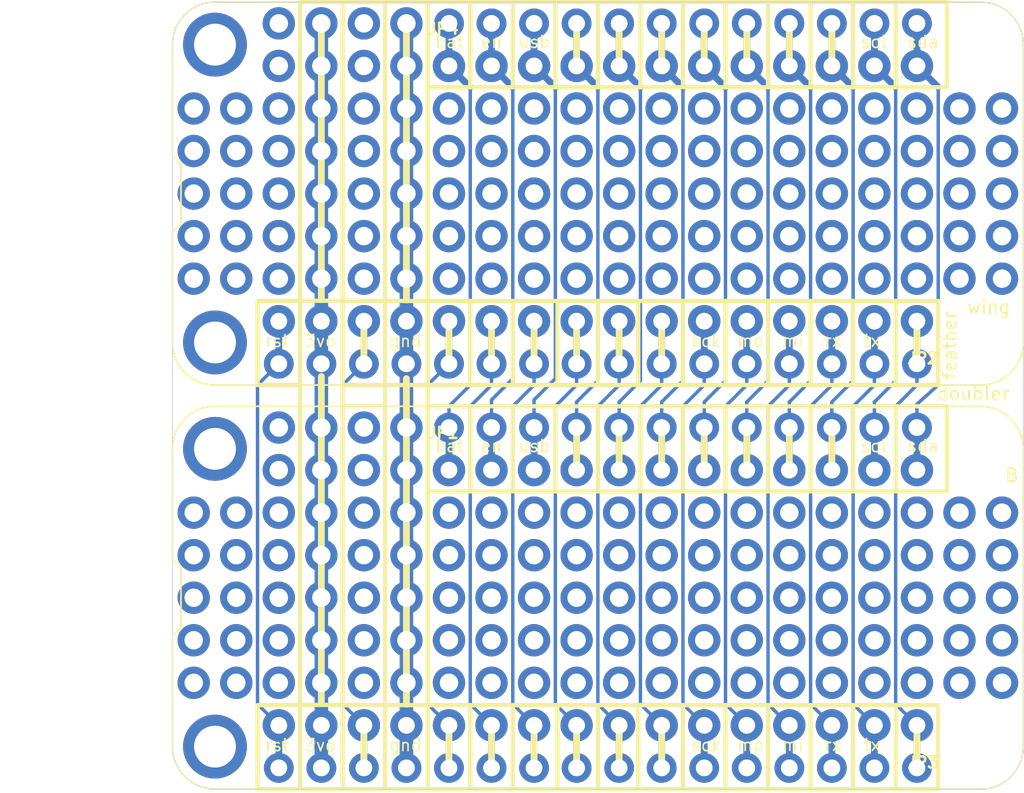
<source format=kicad_pcb>
(kicad_pcb (version 20221018) (generator pcbnew)
  (layers (0 "F.Cu" signal) (31 "B.Cu" signal) (34 "B.Paste" user) (35 "F.Paste" user) (36 "B.SilkS" user "B.Silkscreen") (37 "F.SilkS" user "F.Silkscreen") (38 "B.Mask" user) (39 "F.Mask" user) (44 "Edge.Cuts" user))
  (net 0 "")
  (net 1 "N$2")
  (net 2 "N$4")
  (net 3 "N$6")
  (net 4 "N$7")
  (net 5 "N$8")
  (net 6 "N$9")
  (net 7 "N$10")
  (net 8 "N$11")
  (net 9 "N$12")
  (net 10 "N$13")
  (net 11 "N$14")
  (net 12 "N$15")
  (net 13 "GND")
  (net 14 "N$17")
  (net 15 "3V")
  (net 16 "N$18")
  (net 17 "VBAT")
  (net 18 "N$1")
  (net 19 "USB")
  (net 20 "N$3")
  (net 21 "N$5")
  (net 22 "N$19")
  (net 23 "N$20")
  (net 24 "N$21")
  (net 25 "N$22")
  (net 26 "N$23")
  (net 27 "N$24")
  (net 28 "N$25")
  (net 29 "N$26")
  (net 30 "N$28")
  (net 31 "N$31")
  (net 32 "N$33")
  (net 33 "N$34")
  (net 34 "N$36")
  (net 35 "N$37")
  (net 36 "N$38")
  (net 37 "N$39")
  (net 38 "N$40")
  (net 39 "N$41")
  (net 40 "N$42")
  (net 41 "N$43")
  (net 42 "N$44")
  (net 43 "N$46")
  (net 44 "N$47")
  (net 45 "N$50")
  (net 46 "N$51")
  (net 47 "N$52")
  (net 48 "N$54")
  (net 49 "N$58")
  (net 50 "N$59")
  (net 51 "N$62")
  (net 52 "N$63")
  (net 53 "N$64")
  (net 54 "N$65")
  (net 55 "N$66")
  (net 56 "N$67")
  (net 57 "N$68")
  (net 58 "N$69")
  (net 59 "N$70")
  (net 60 "N$71")
  (net 61 "N$72")
  (net 62 "N$73")
  (net 63 "N$74")
  (net 64 "N$75")
  (net 65 "N$76")
  (net 66 "N$77")
  (net 67 "N$78")
  (net 68 "N$79")
  (net 69 "N$80")
  (net 70 "N$81")
  (net 71 "N$82")
  (net 72 "N$83")
  (net 73 "N$84")
  (net 74 "N$85")
  (net 75 "N$86")
  (net 76 "N$87")
  (net 77 "N$88")
  (net 78 "N$89")
  (net 79 "N$90")
  (net 80 "N$91")
  (net 81 "N$92")
  (net 82 "N$93")
  (net 83 "N$94")
  (net 84 "N$95")
  (net 85 "N$96")
  (net 86 "N$97")
  (net 87 "N$98")
  (net 88 "N$99")
  (net 89 "N$100")
  (net 90 "N$101")
  (net 91 "N$102")
  (net 92 "N$103")
  (net 93 "N$104")
  (net 94 "N$105")
  (net 95 "N$106")
  (net 96 "N$107")
  (net 97 "N$108")
  (net 98 "N$109")
  (net 99 "N$110")
  (net 100 "N$111")
  (net 101 "N$112")
  (net 102 "N$113")
  (net 103 "N$114")
  (net 104 "N$115")
  (net 105 "N$116")
  (net 106 "N$117")
  (net 107 "N$118")
  (net 108 "N$119")
  (net 109 "N$120")
  (net 110 "N$121")
  (net 111 "N$122")
  (net 112 "N$123")
  (net 113 "N$124")
  (net 114 "N$125")
  (net 115 "N$126")
  (net 116 "N$127")
  (net 117 "N$128")
  (net 118 "N$129")
  (net 119 "N$130")
  (net 120 "N$131")
  (net 121 "N$132")
  (net 122 "N$133")
  (net 123 "N$16")
  (net 124 "N$27")
  (net 125 "N$29")
  (net 126 "N$30")
  (net 127 "N$32")
  (net 128 "N$35")
  (net 129 "N$45")
  (net 130 "N$48")
  (net 131 "N$49")
  (net 132 "N$53")
  (net 133 "N$55")
  (net 134 "N$56")
  (net 135 "N$57")
  (net 136 "N$60")
  (net 137 "N$61")
  (net 138 "N$134")
  (net 139 "N$135")
  (net 140 "N$136")
  (net 141 "N$137")
  (net 142 "N$138")
  (net 143 "N$139")
  (net 144 "N$140")
  (net 145 "N$141")
  (net 146 "N$142")
  (net 147 "N$143")
  (net 148 "N$144")
  (net 149 "N$145")
  (net 150 "N$146")
  (net 151 "N$147")
  (net 152 "N$148")
  (net 153 "N$149")
  (net 154 "N$150")
  (net 155 "N$151")
  (net 156 "N$152")
  (net 157 "N$153")
  (net 158 "N$154")
  (net 159 "N$155")
  (net 160 "N$156")
  (net 161 "N$157")
  (net 162 "N$158")
  (net 163 "N$159")
  (net 164 "N$160")
  (net 165 "N$161")
  (net 166 "N$162")
  (net 167 "N$163")
  (net 168 "N$164")
  (net 169 "N$165")
  (net 170 "N$166")
  (net 171 "N$167")
  (net 172 "N$168")
  (net 173 "N$169")
  (net 174 "N$170")
  (net 175 "N$171")
  (net 176 "N$172")
  (net 177 "N$173")
  (net 178 "N$174")
  (net 179 "N$175")
  (net 180 "N$176")
  (net 181 "N$177")
  (net 182 "N$178")
  (net 183 "N$179")
  (net 184 "N$180")
  (net 185 "N$181")
  (net 186 "N$182")
  (net 187 "N$183")
  (net 188 "N$184")
  (net 189 "N$185")
  (net 190 "N$186")
  (net 191 "N$187")
  (net 192 "N$188")
  (net 193 "N$189")
  (net 194 "N$190")
  (net 195 "N$191")
  (net 196 "N$192")
  (net 197 "N$193")
  (net 198 "N$194")
  (net 199 "N$195")
  (net 200 "N$196")
  (net 201 "N$197")
  (net 202 "N$198")
  (net 203 "N$199")
  (net 204 "N$200")
  (net 205 "N$201")
  (net 206 "N$202")
  (net 207 "N$203")
  (net 208 "N$204")
  (net 209 "N$205")
  (net 210 "N$206")
  (net 211 "N$207")
  (net 212 "N$208")
  (net 213 "N$209")
  (net 214 "N$210")
  (net 215 "N$211")
  (net 216 "N$212")
  (footprint "working:FEATHERWING_DIM" (layer "F.Cu") (at 123.1011 104.3686)
    (fp_text reference "MS2" hide)
    (fp_text value "FEATHERWING_NODIM" hide)
  )
  (footprint "working:1X16_ROUND_76MIL" (layer "F.Cu") (at 148.5011 124.6886 180)
    (fp_text reference "JP3")
    (fp_text value "")
  )
  (footprint "working:1X12_ROUND_76MIL" (layer "F.Cu") (at 153.5811 85.3186)
    (fp_text reference "JP4")
    (fp_text value "")
  )
  (footprint "working:1X16_ROUND_76MIL" (layer "F.Cu") (at 148.5011 100.5586 180)
    (fp_text reference "JP2")
    (fp_text value "")
  )
  (footprint "working:1X12_ROUND_76MIL" (layer "F.Cu") (at 153.5811 109.4486)
    (fp_text reference "JP1")
    (fp_text value "")
  )
  (footprint "working:FEATHERWING_DIM" (layer "F.Cu") (at 123.1011 128.4986)
    (fp_text reference "MS1" hide)
    (fp_text value "FEATHERWING_NODIM" hide)
  )
  (gr_line (start 130.7211 123.4694) (end 134.3279 123.4694) (stroke (width 0.254)) (layer "F.SilkS"))
  (gr_line (start 145.9611 86.5886) (end 145.9611 81.5086) (stroke (width 0.254)) (layer "F.SilkS"))
  (gr_line (start 168.8211 99.3521) (end 168.8211 104.3686) (stroke (width 0.254)) (layer "F.SilkS"))
  (gr_line (start 151.0411 81.5086) (end 151.0411 86.5886) (stroke (width 0.254)) (layer "F.SilkS"))
  (gr_line (start 140.8811 81.5086) (end 140.8811 86.5886) (stroke (width 0.254)) (layer "F.SilkS"))
  (gr_line (start 138.3411 86.5886) (end 138.3411 81.5086) (stroke (width 0.254)) (layer "F.SilkS"))
  (gr_line (start 166.2811 105.6386) (end 166.2811 110.7186) (stroke (width 0.254)) (layer "F.SilkS"))
  (gr_line (start 133.2611 123.5456) (end 133.2611 105.6386) (stroke (width 0.254)) (layer "F.SilkS"))
  (gr_line (start 138.3411 86.5886) (end 140.8811 86.5886) (stroke (width 0.254)) (layer "F.SilkS"))
  (gr_line (start 148.5011 110.7186) (end 151.0411 110.7186) (stroke (width 0.254)) (layer "F.SilkS"))
  (gr_line (start 133.2611 104.3686) (end 133.2611 105.6386) (stroke (width 0.254)) (layer "F.SilkS"))
  (gr_line (start 138.3411 104.3686) (end 135.8011 104.3686) (stroke (width 0.254)) (layer "F.SilkS"))
  (gr_line (start 158.6611 99.3521) (end 158.6611 104.3686) (stroke (width 0.254)) (layer "F.SilkS"))
  (gr_line (start 135.8011 104.3686) (end 135.8011 99.3521) (stroke (width 0.254)) (layer "F.SilkS"))
  (gr_line (start 130.7211 123.4694) (end 130.7211 104.3686) (stroke (width 0.254)) (layer "F.SilkS"))
  (gr_line (start 140.8811 99.3521) (end 138.3411 99.3521) (stroke (width 0.254)) (layer "F.SilkS"))
  (gr_line (start 138.3411 128.4986) (end 138.3411 123.4821) (stroke (width 0.254)) (layer "F.SilkS"))
  (gr_line (start 146.0881 123.4821) (end 140.8811 123.4821) (stroke (width 0.254)) (layer "F.SilkS"))
  (gr_line (start 153.5811 123.4821) (end 150.9141 123.4821) (stroke (width 0.254)) (layer "F.SilkS"))
  (gr_line (start 143.4211 86.5886) (end 145.9611 86.5886) (stroke (width 0.254)) (layer "F.SilkS"))
  (gr_line (start 167.5511 126.9746) (end 167.5511 124.6886) (stroke (width 0.4064)) (layer "F.SilkS"))
  (gr_line (start 162.4711 106.9086) (end 162.4711 109.1946) (stroke (width 0.4064)) (layer "F.SilkS"))
  (gr_line (start 138.3411 105.6386) (end 169.3291 105.6386) (stroke (width 0.254)) (layer "F.SilkS"))
  (gr_line (start 140.8811 104.3686) (end 138.3411 104.3686) (stroke (width 0.254)) (layer "F.SilkS"))
  (gr_line (start 166.2811 81.5086) (end 166.2811 86.5886) (stroke (width 0.254)) (layer "F.SilkS"))
  (gr_line (start 158.6611 123.4821) (end 161.2011 123.4821) (stroke (width 0.254)) (layer "F.SilkS"))
  (gr_line (start 140.8811 86.5886) (end 143.4211 86.5886) (stroke (width 0.254)) (layer "F.SilkS"))
  (gr_line (start 167.5511 102.8446) (end 167.5511 100.5586) (stroke (width 0.4064)) (layer "F.SilkS"))
  (gr_line (start 152.3111 100.5586) (end 152.3111 102.8446) (stroke (width 0.4064)) (layer "F.SilkS"))
  (gr_line (start 146.0881 104.3686) (end 146.0881 99.3521) (stroke (width 0.254)) (layer "F.SilkS"))
  (gr_line (start 153.5811 104.3686) (end 153.5811 99.3521) (stroke (width 0.254)) (layer "F.SilkS"))
  (gr_line (start 161.2011 123.4821) (end 163.7411 123.4821) (stroke (width 0.254)) (layer "F.SilkS"))
  (gr_line (start 147.2311 103.0986) (end 147.2311 100.8126) (stroke (width 0.4064)) (layer "F.SilkS"))
  (gr_line (start 130.7211 104.3686) (end 130.7211 99.3521) (stroke (width 0.254)) (layer "F.SilkS"))
  (gr_line (start 153.5811 99.3521) (end 150.9141 99.3521) (stroke (width 0.254)) (layer "F.SilkS"))
  (gr_line (start 162.4711 82.7786) (end 162.4711 85.0646) (stroke (width 0.4064)) (layer "F.SilkS"))
  (gr_line (start 161.2011 99.3521) (end 161.2011 104.3686) (stroke (width 0.254)) (layer "F.SilkS"))
  (gr_line (start 163.7411 110.7186) (end 166.2811 110.7186) (stroke (width 0.254)) (layer "F.SilkS"))
  (gr_line (start 163.7411 123.4821) (end 163.7411 128.4986) (stroke (width 0.254)) (layer "F.SilkS"))
  (gr_line (start 138.3411 105.6386) (end 138.3411 104.3686) (stroke (width 0.254)) (layer "F.SilkS"))
  (gr_line (start 156.1211 128.4986) (end 156.1211 123.4821) (stroke (width 0.254)) (layer "F.SilkS"))
  (gr_line (start 135.8011 128.4986) (end 135.8011 123.4821) (stroke (width 0.254)) (layer "F.SilkS"))
  (gr_line (start 163.7411 81.5086) (end 163.7411 86.5886) (stroke (width 0.254)) (layer "F.SilkS"))
  (gr_line (start 156.1211 99.3521) (end 153.5811 99.3521) (stroke (width 0.254)) (layer "F.SilkS"))
  (gr_line (start 152.3111 107.1626) (end 152.3111 109.1946) (stroke (width 0.4064)) (layer "F.SilkS"))
  (gr_line (start 161.2011 81.5086) (end 161.2011 86.5886) (stroke (width 0.254)) (layer "F.SilkS"))
  (gr_line (start 130.7211 99.3521) (end 130.7211 99.3394) (stroke (width 0.254)) (layer "F.SilkS"))
  (gr_line (start 161.2011 105.6386) (end 161.2011 110.7186) (stroke (width 0.254)) (layer "F.SilkS"))
  (gr_line (start 133.2611 99.2886) (end 133.2611 81.6356) (stroke (width 0.254)) (layer "F.SilkS"))
  (gr_line (start 145.9611 110.7186) (end 145.9611 105.6386) (stroke (width 0.254)) (layer "F.SilkS"))
  (gr_line (start 163.7411 105.6386) (end 163.7411 110.7186) (stroke (width 0.254)) (layer "F.SilkS"))
  (gr_line (start 130.7211 99.3394) (end 134.3279 99.3394) (stroke (width 0.254)) (layer "F.SilkS"))
  (gr_line (start 161.2011 123.4821) (end 161.2011 128.4986) (stroke (width 0.254)) (layer "F.SilkS"))
  (gr_line (start 151.0411 110.7186) (end 156.1211 110.7186) (stroke (width 0.254)) (layer "F.SilkS"))
  (gr_line (start 154.8511 85.0646) (end 154.8511 83.0326) (stroke (width 0.4064)) (layer "F.SilkS"))
  (gr_line (start 137.0711 99.2886) (end 137.0711 82.7786) (stroke (width 0.4064)) (layer "F.SilkS"))
  (gr_line (start 158.6611 99.3521) (end 161.2011 99.3521) (stroke (width 0.254)) (layer "F.SilkS"))
  (gr_line (start 146.0881 128.4986) (end 146.0881 123.4821) (stroke (width 0.254)) (layer "F.SilkS"))
  (gr_line (start 153.5811 128.4986) (end 153.5811 123.4821) (stroke (width 0.254)) (layer "F.SilkS"))
  (gr_line (start 163.7411 99.3521) (end 166.2811 99.3521) (stroke (width 0.254)) (layer "F.SilkS"))
  (gr_line (start 143.4211 123.6091) (end 143.4211 128.4986) (stroke (width 0.254)) (layer "F.SilkS"))
  (gr_line (start 147.2311 127.2286) (end 147.2311 124.9426) (stroke (width 0.4064)) (layer "F.SilkS"))
  (gr_line (start 153.5811 104.3686) (end 150.9141 104.3686) (stroke (width 0.254)) (layer "F.SilkS"))
  (gr_line (start 151.0411 86.5886) (end 156.1211 86.5886) (stroke (width 0.254)) (layer "F.SilkS"))
  (gr_line (start 138.3411 99.3521) (end 138.3411 86.5886) (stroke (width 0.254)) (layer "F.SilkS"))
  (gr_line (start 134.5311 124.6886) (end 134.5311 126.9746) (stroke (width 0.4064)) (layer "F.SilkS"))
  (gr_line (start 151.0411 105.6386) (end 151.0411 110.7186) (stroke (width 0.254)) (layer "F.SilkS"))
  (gr_line (start 133.3246 123.4821) (end 133.2611 123.5456) (stroke (width 0.254)) (layer "F.SilkS"))
  (gr_line (start 135.8011 104.3686) (end 135.8011 105.6386) (stroke (width 0.254)) (layer "F.SilkS"))
  (gr_line (start 166.2811 104.3686) (end 158.6611 104.3686) (stroke (width 0.254)) (layer "F.SilkS"))
  (gr_line (start 135.8011 99.3521) (end 133.3246 99.3521) (stroke (width 0.254)) (layer "F.SilkS"))
  (gr_line (start 169.3291 110.7186) (end 169.3291 105.6386) (stroke (width 0.254)) (layer "F.SilkS"))
  (gr_line (start 130.7211 123.4821) (end 130.7211 123.4694) (stroke (width 0.254)) (layer "F.SilkS"))
  (gr_line (start 145.9611 110.7186) (end 148.5011 110.7186) (stroke (width 0.254)) (layer "F.SilkS"))
  (gr_line (start 158.6611 86.5886) (end 161.2011 86.5886) (stroke (width 0.254)) (layer "F.SilkS"))
  (gr_line (start 157.3911 82.7786) (end 157.3911 85.0646) (stroke (width 0.4064)) (layer "F.SilkS"))
  (gr_line (start 128.1811 123.4821) (end 128.1811 128.4986) (stroke (width 0.254)) (layer "F.SilkS"))
  (gr_line (start 156.1211 123.4821) (end 153.5811 123.4821) (stroke (width 0.254)) (layer "F.SilkS"))
  (gr_line (start 166.2811 99.3521) (end 166.2811 104.3686) (stroke (width 0.254)) (layer "F.SilkS"))
  (gr_line (start 133.2611 99.4156) (end 133.2611 104.3686) (stroke (width 0.254)) (layer "F.SilkS"))
  (gr_line (start 156.1211 81.5086) (end 156.1211 86.5886) (stroke (width 0.254)) (layer "F.SilkS"))
  (gr_line (start 142.1511 124.9426) (end 142.1511 126.9746) (stroke (width 0.4064)) (layer "F.SilkS"))
  (gr_line (start 159.9311 109.4486) (end 159.9311 107.1626) (stroke (width 0.4064)) (layer "F.SilkS"))
  (gr_line (start 150.9141 123.4821) (end 148.5011 123.4821) (stroke (width 0.254)) (layer "F.SilkS"))
  (gr_line (start 163.7411 123.4821) (end 166.2811 123.4821) (stroke (width 0.254)) (layer "F.SilkS"))
  (gr_line (start 133.3246 99.3521) (end 133.2611 99.4156) (stroke (width 0.254)) (layer "F.SilkS"))
  (gr_line (start 168.8211 104.3686) (end 166.2811 104.3686) (stroke (width 0.254)) (layer "F.SilkS"))
  (gr_line (start 161.2011 86.5886) (end 163.7411 86.5886) (stroke (width 0.254)) (layer "F.SilkS"))
  (gr_line (start 144.6911 102.8446) (end 144.6911 101.0666) (stroke (width 0.4064)) (layer "F.SilkS"))
  (gr_line (start 169.3291 86.5886) (end 169.3291 81.5086) (stroke (width 0.254)) (layer "F.SilkS"))
  (gr_line (start 163.7411 86.5886) (end 166.2811 86.5886) (stroke (width 0.254)) (layer "F.SilkS"))
  (gr_line (start 128.1811 128.4986) (end 168.6941 128.4986) (stroke (width 0.254)) (layer "F.SilkS"))
  (gr_line (start 148.5011 110.7186) (end 148.5011 105.6386) (stroke (width 0.254)) (layer "F.SilkS"))
  (gr_line (start 138.3411 110.7186) (end 138.3411 105.6386) (stroke (width 0.254)) (layer "F.SilkS"))
  (gr_line (start 166.2811 123.4821) (end 166.2811 128.4986) (stroke (width 0.254)) (layer "F.SilkS"))
  (gr_line (start 146.0881 99.3521) (end 140.8811 99.3521) (stroke (width 0.254)) (layer "F.SilkS"))
  (gr_line (start 143.4211 81.5086) (end 143.4211 86.5886) (stroke (width 0.254)) (layer "F.SilkS"))
  (gr_line (start 134.5311 100.5586) (end 134.5311 102.8446) (stroke (width 0.4064)) (layer "F.SilkS"))
  (gr_line (start 163.7411 99.3521) (end 163.7411 104.3686) (stroke (width 0.254)) (layer "F.SilkS"))
  (gr_line (start 156.1211 110.7186) (end 158.6611 110.7186) (stroke (width 0.254)) (layer "F.SilkS"))
  (gr_line (start 138.3411 99.3521) (end 135.8011 99.3521) (stroke (width 0.254)) (layer "F.SilkS"))
  (gr_line (start 138.3411 110.7186) (end 140.8811 110.7186) (stroke (width 0.254)) (layer "F.SilkS"))
  (gr_line (start 158.6611 110.7186) (end 161.2011 110.7186) (stroke (width 0.254)) (layer "F.SilkS"))
  (gr_line (start 131.9911 99.2632) (end 131.9911 82.7786) (stroke (width 0.4064)) (layer "F.SilkS"))
  (gr_line (start 166.2811 123.4821) (end 168.8211 123.4821) (stroke (width 0.254)) (layer "F.SilkS"))
  (gr_line (start 130.7211 81.5086) (end 169.3291 81.5086) (stroke (width 0.254)) (layer "F.SilkS"))
  (gr_line (start 161.2011 110.7186) (end 163.7411 110.7186) (stroke (width 0.254)) (layer "F.SilkS"))
  (gr_line (start 140.8811 105.6386) (end 140.8811 110.7186) (stroke (width 0.254)) (layer "F.SilkS"))
  (gr_line (start 148.5011 99.3521) (end 148.5011 104.3686) (stroke (width 0.254)) (layer "F.SilkS"))
  (gr_line (start 148.5011 86.5886) (end 151.0411 86.5886) (stroke (width 0.254)) (layer "F.SilkS"))
  (gr_line (start 150.9141 123.4821) (end 150.9141 128.4986) (stroke (width 0.254)) (layer "F.SilkS"))
  (gr_line (start 168.8211 128.3716) (end 168.8211 128.4986) (stroke (width 0.254)) (layer "F.SilkS"))
  (gr_line (start 147.2311 107.1626) (end 147.2311 109.1946) (stroke (width 0.4064)) (layer "F.SilkS"))
  (gr_line (start 128.1811 99.3521) (end 128.1811 104.3686) (stroke (width 0.254)) (layer "F.SilkS"))
  (gr_line (start 133.2611 105.6386) (end 135.8011 105.6386) (stroke (width 0.254)) (layer "F.SilkS"))
  (gr_line (start 140.8811 128.4986) (end 140.8811 123.4821) (stroke (width 0.254)) (layer "F.SilkS"))
  (gr_line (start 130.7211 128.4986) (end 130.7211 123.4821) (stroke (width 0.254)) (layer "F.SilkS"))
  (gr_line (start 152.3111 83.0326) (end 152.3111 85.0646) (stroke (width 0.4064)) (layer "F.SilkS"))
  (gr_line (start 148.5011 123.4821) (end 148.5011 128.4986) (stroke (width 0.254)) (layer "F.SilkS"))
  (gr_line (start 154.8511 109.1946) (end 154.8511 107.1626) (stroke (width 0.4064)) (layer "F.SilkS"))
  (gr_line (start 149.7711 100.5586) (end 149.7711 102.8446) (stroke (width 0.4064)) (layer "F.SilkS"))
  (gr_line (start 135.8011 81.5721) (end 135.8011 99.3521) (stroke (width 0.254)) (layer "F.SilkS"))
  (gr_line (start 143.4211 110.7186) (end 145.9611 110.7186) (stroke (width 0.254)) (layer "F.SilkS"))
  (gr_line (start 158.6611 104.3686) (end 156.1211 104.3686) (stroke (width 0.254)) (layer "F.SilkS"))
  (gr_line (start 153.5811 86.4616) (end 153.5811 81.5086) (stroke (width 0.254)) (layer "F.SilkS"))
  (gr_line (start 157.3911 106.9086) (end 157.3911 109.1946) (stroke (width 0.4064)) (layer "F.SilkS"))
  (gr_line (start 146.0881 104.3686) (end 143.4211 104.3686) (stroke (width 0.254)) (layer "F.SilkS"))
  (gr_line (start 152.3111 124.6886) (end 152.3111 126.9746) (stroke (width 0.4064)) (layer "F.SilkS"))
  (gr_line (start 143.4211 105.6386) (end 143.4211 110.7186) (stroke (width 0.254)) (layer "F.SilkS"))
  (gr_line (start 148.5011 104.3686) (end 146.0881 104.3686) (stroke (width 0.254)) (layer "F.SilkS"))
  (gr_line (start 140.8811 110.7186) (end 143.4211 110.7186) (stroke (width 0.254)) (layer "F.SilkS"))
  (gr_line (start 149.7711 85.1916) (end 149.7711 83.0326) (stroke (width 0.4064)) (layer "F.SilkS"))
  (gr_line (start 143.4211 104.3686) (end 140.8811 104.3686) (stroke (width 0.254)) (layer "F.SilkS"))
  (gr_line (start 135.8011 105.6386) (end 135.8011 123.4821) (stroke (width 0.254)) (layer "F.SilkS"))
  (gr_line (start 138.3411 123.4821) (end 135.8011 123.4821) (stroke (width 0.254)) (layer "F.SilkS"))
  (gr_line (start 142.1511 100.8126) (end 142.1511 102.8446) (stroke (width 0.4064)) (layer "F.SilkS"))
  (gr_line (start 156.1211 104.3686) (end 153.5811 104.3686) (stroke (width 0.254)) (layer "F.SilkS"))
  (gr_line (start 158.6611 123.4821) (end 156.1211 123.4821) (stroke (width 0.254)) (layer "F.SilkS"))
  (gr_line (start 158.6611 99.3521) (end 156.1211 99.3521) (stroke (width 0.254)) (layer "F.SilkS"))
  (gr_line (start 168.6941 128.4986) (end 168.8211 128.3716) (stroke (width 0.254)) (layer "F.SilkS"))
  (gr_line (start 139.6111 102.8446) (end 139.6111 100.8126) (stroke (width 0.4064)) (layer "F.SilkS"))
  (gr_line (start 150.9141 99.3521) (end 150.9141 104.3686) (stroke (width 0.254)) (layer "F.SilkS"))
  (gr_line (start 140.8811 123.4821) (end 138.3411 123.4821) (stroke (width 0.254)) (layer "F.SilkS"))
  (gr_line (start 131.9911 123.3932) (end 131.9911 103.8606) (stroke (width 0.4064)) (layer "F.SilkS"))
  (gr_line (start 149.7711 109.3216) (end 149.7711 107.1626) (stroke (width 0.4064)) (layer "F.SilkS"))
  (gr_line (start 140.8811 104.3686) (end 140.8811 99.3521) (stroke (width 0.254)) (layer "F.SilkS"))
  (gr_line (start 149.7711 124.6886) (end 149.7711 126.9746) (stroke (width 0.4064)) (layer "F.SilkS"))
  (gr_line (start 135.8011 123.4821) (end 133.3246 123.4821) (stroke (width 0.254)) (layer "F.SilkS"))
  (gr_line (start 168.8211 123.4821) (end 168.8211 128.3716) (stroke (width 0.254)) (layer "F.SilkS"))
  (gr_line (start 144.6911 126.9746) (end 144.6911 125.1966) (stroke (width 0.4064)) (layer "F.SilkS"))
  (gr_line (start 156.1211 105.6386) (end 156.1211 110.7186) (stroke (width 0.254)) (layer "F.SilkS"))
  (gr_line (start 147.2311 83.0326) (end 147.2311 85.0646) (stroke (width 0.4064)) (layer "F.SilkS"))
  (gr_line (start 137.0711 123.4186) (end 137.0711 103.9876) (stroke (width 0.4064)) (layer "F.SilkS"))
  (gr_line (start 150.9141 104.3686) (end 148.5011 104.3686) (stroke (width 0.254)) (layer "F.SilkS"))
  (gr_line (start 133.2611 104.3686) (end 135.8011 104.3686) (stroke (width 0.254)) (layer "F.SilkS"))
  (gr_line (start 153.5811 110.5916) (end 153.5811 105.6386) (stroke (width 0.254)) (layer "F.SilkS"))
  (gr_line (start 139.6111 126.9746) (end 139.6111 124.9426) (stroke (width 0.4064)) (layer "F.SilkS"))
  (gr_line (start 143.4211 99.4791) (end 143.4211 104.3686) (stroke (width 0.254)) (layer "F.SilkS"))
  (gr_line (start 161.2011 99.3521) (end 163.7411 99.3521) (stroke (width 0.254)) (layer "F.SilkS"))
  (gr_line (start 166.2811 110.7186) (end 169.3291 110.7186) (stroke (width 0.254)) (layer "F.SilkS"))
  (gr_line (start 166.2811 99.3521) (end 168.8211 99.3521) (stroke (width 0.254)) (layer "F.SilkS"))
  (gr_line (start 128.1811 104.3686) (end 130.7211 104.3686) (stroke (width 0.254)) (layer "F.SilkS"))
  (gr_line (start 156.1211 104.3686) (end 156.1211 99.3521) (stroke (width 0.254)) (layer "F.SilkS"))
  (gr_line (start 138.3411 123.4821) (end 138.3411 110.7186) (stroke (width 0.254)) (layer "F.SilkS"))
  (gr_line (start 130.7211 99.3394) (end 130.7211 81.6356) (stroke (width 0.254)) (layer "F.SilkS"))
  (gr_line (start 159.9311 85.3186) (end 159.9311 83.0326) (stroke (width 0.4064)) (layer "F.SilkS"))
  (gr_line (start 138.3411 104.3686) (end 138.3411 99.3521) (stroke (width 0.254)) (layer "F.SilkS"))
  (gr_line (start 133.2611 123.5456) (end 133.2611 128.4351) (stroke (width 0.254)) (layer "F.SilkS"))
  (gr_line (start 158.6611 81.5086) (end 158.6611 86.5886) (stroke (width 0.254)) (layer "F.SilkS"))
  (gr_line (start 145.9611 86.5886) (end 148.5011 86.5886) (stroke (width 0.254)) (layer "F.SilkS"))
  (gr_line (start 158.6611 123.4821) (end 158.6611 128.4986) (stroke (width 0.254)) (layer "F.SilkS"))
  (gr_line (start 148.5011 86.5886) (end 148.5011 81.5086) (stroke (width 0.254)) (layer "F.SilkS"))
  (gr_line (start 158.6611 105.6386) (end 158.6611 110.7186) (stroke (width 0.254)) (layer "F.SilkS"))
  (gr_line (start 148.5011 99.3521) (end 146.0881 99.3521) (stroke (width 0.254)) (layer "F.SilkS"))
  (gr_line (start 130.7211 99.3521) (end 128.1811 99.3521) (stroke (width 0.254)) (layer "F.SilkS"))
  (gr_line (start 130.7211 123.4821) (end 128.1811 123.4821) (stroke (width 0.254)) (layer "F.SilkS"))
  (gr_line (start 166.2811 86.5886) (end 169.3291 86.5886) (stroke (width 0.254)) (layer "F.SilkS"))
  (gr_line (start 156.1211 86.5886) (end 158.6611 86.5886) (stroke (width 0.254)) (layer "F.SilkS"))
  (gr_line (start 150.9141 99.3521) (end 148.5011 99.3521) (stroke (width 0.254)) (layer "F.SilkS"))
  (gr_line (start 148.5011 123.4821) (end 146.0881 123.4821) (stroke (width 0.254)) (layer "F.SilkS"))
  (gr_arc (start 173.9011 125.9586) (mid 173.157151 127.754651) (end 171.3611 128.4986) (stroke (width 0.05)) (layer "Edge.Cuts"))
  (gr_arc (start 123.1011 84.0486) (mid 123.845049 82.252549) (end 125.6411 81.5086) (stroke (width 0.05)) (layer "Edge.Cuts"))
  (gr_line (start 171.3611 128.4986) (end 125.6411 128.4986) (stroke (width 0.05)) (layer "Edge.Cuts"))
  (gr_line (start 123.1011 125.9586) (end 123.1011 84.0486) (stroke (width 0.05)) (layer "Edge.Cuts"))
  (gr_line (start 173.9011 84.0486) (end 173.9011 125.9586) (stroke (width 0.05)) (layer "Edge.Cuts"))
  (gr_line (start 125.6411 81.5086) (end 171.3611 81.5086) (stroke (width 0.05)) (layer "Edge.Cuts"))
  (gr_arc (start 125.6411 128.4986) (mid 123.845049 127.754651) (end 123.1011 125.9586) (stroke (width 0.05)) (layer "Edge.Cuts"))
  (gr_arc (start 171.3611 81.5086) (mid 173.157151 82.252549) (end 173.9011 84.0486) (stroke (width 0.05)) (layer "Edge.Cuts"))
  (gr_text "tx" (at 164.3126 102.1461) (layer "F.SilkS") (effects (font (size 0.715264 0.715264) (thickness 0.097536)) (justify left bottom)))
  (gr_text "3vo" (at 130.9243 102.1588) (layer "F.SilkS") (effects (font (size 0.715264 0.715264) (thickness 0.097536)) (justify left bottom)))
  (gr_text "en" (at 141.4526 108.4326) (layer "F.SilkS") (effects (font (size 0.715264 0.715264) (thickness 0.097536)) (justify left bottom)))
  (gr_text "rst" (at 128.5621 102.1588) (layer "F.SilkS") (effects (font (size 0.715264 0.715264) (thickness 0.097536)) (justify left bottom)))
  (gr_text "scl" (at 164.1221 108.4326) (layer "F.SilkS") (effects (font (size 0.715264 0.715264) (thickness 0.097536)) (justify left bottom)))
  (gr_text "scl" (at 164.1221 84.3026) (layer "F.SilkS") (effects (font (size 0.715264 0.715264) (thickness 0.097536)) (justify left bottom)))
  (gr_text "sck" (at 154.0129 102.1588) (layer "F.SilkS") (effects (font (size 0.715264 0.715264) (thickness 0.097536)) (justify left bottom)))
  (gr_text "mo" (at 156.7561 126.2761) (layer "F.SilkS") (effects (font (size 0.715264 0.715264) (thickness 0.097536)) (justify left bottom)))
  (gr_text "gnd" (at 135.9789 126.2888) (layer "F.SilkS") (effects (font (size 0.715264 0.715264) (thickness 0.097536)) (justify left bottom)))
  (gr_text "3vo" (at 130.9243 126.2888) (layer "F.SilkS") (effects (font (size 0.715264 0.715264) (thickness 0.097536)) (justify left bottom)))
  (gr_text "sda" (at 166.9161 108.4326) (layer "F.SilkS") (effects (font (size 0.715264 0.715264) (thickness 0.097536)) (justify left bottom)))
  (gr_text "usb" (at 143.7005 84.3026) (layer "F.SilkS") (effects (font (size 0.715264 0.715264) (thickness 0.097536)) (justify left bottom)))
  (gr_text "mo" (at 156.7561 102.1461) (layer "F.SilkS") (effects (font (size 0.715264 0.715264) (thickness 0.097536)) (justify left bottom)))
  (gr_text "bat" (at 138.7221 108.4326) (layer "F.SilkS") (effects (font (size 0.715264 0.715264) (thickness 0.097536)) (justify left bottom)))
  (gr_text "bat" (at 138.7221 84.3026) (layer "F.SilkS") (effects (font (size 0.715264 0.715264) (thickness 0.097536)) (justify left bottom)))
  (gr_text "sck" (at 154.0129 126.2888) (layer "F.SilkS") (effects (font (size 0.715264 0.715264) (thickness 0.097536)) (justify left bottom)))
  (gr_text "doubler" (at 168.6687 105.3338) (layer "F.SilkS") (effects (font (size 0.77343 0.77343) (thickness 0.11557)) (justify left bottom)))
  (gr_text "sda" (at 166.9161 84.3026) (layer "F.SilkS") (effects (font (size 0.715264 0.715264) (thickness 0.097536)) (justify left bottom)))
  (gr_text "wing" (at 170.4721 100.1776) (layer "F.SilkS") (effects (font (size 0.77343 0.77343) (thickness 0.11557)) (justify left bottom)))
  (gr_text "rx" (at 161.9631 102.1461) (layer "F.SilkS") (effects (font (size 0.715264 0.715264) (thickness 0.097536)) (justify left bottom)))
  (gr_text "mi" (at 159.4231 126.2761) (layer "F.SilkS") (effects (font (size 0.715264 0.715264) (thickness 0.097536)) (justify left bottom)))
  (gr_text "en" (at 141.4526 84.3026) (layer "F.SilkS") (effects (font (size 0.715264 0.715264) (thickness 0.097536)) (justify left bottom)))
  (gr_text "mi" (at 159.4231 102.1461) (layer "F.SilkS") (effects (font (size 0.715264 0.715264) (thickness 0.097536)) (justify left bottom)))
  (gr_text "rst" (at 128.5621 126.2888) (layer "F.SilkS") (effects (font (size 0.715264 0.715264) (thickness 0.097536)) (justify left bottom)))
  (gr_text "usb" (at 143.7005 108.4326) (layer "F.SilkS") (effects (font (size 0.715264 0.715264) (thickness 0.097536)) (justify left bottom)))
  (gr_text "tx" (at 164.3126 126.2761) (layer "F.SilkS") (effects (font (size 0.715264 0.715264) (thickness 0.097536)) (justify left bottom)))
  (gr_text "feather" (at 169.9641 104.1146 90) (layer "F.SilkS") (effects (font (size 0.77343 0.77343) (thickness 0.11557)) (justify left bottom)))
  (gr_text "B" (at 172.7581 110.2106) (layer "F.SilkS") (effects (font (size 0.77343 0.77343) (thickness 0.11557)) (justify left bottom)))
  (gr_text "rx" (at 161.9631 126.2761) (layer "F.SilkS") (effects (font (size 0.715264 0.715264) (thickness 0.097536)) (justify left bottom)))
  (gr_text "gnd" (at 135.9789 102.1588) (layer "F.SilkS") (effects (font (size 0.715264 0.715264) (thickness 0.097536)) (justify left bottom)))
  (segment (start 166.2811 123.4186) (end 166.2811 105.6386) (width 0.2032) (layer "B.Cu") (net 1))
  (segment (start 167.5511 104.3686) (end 167.5511 103.0986) (width 0.2032) (layer "B.Cu") (net 1))
  (segment (start 167.5511 100.5586) (end 167.5511 103.0986) (width 0.4064) (layer "B.Cu") (net 1))
  (segment (start 167.5511 124.6886) (end 166.2811 123.4186) (width 0.2032) (layer "B.Cu") (net 1))
  (segment (start 166.2811 105.6386) (end 167.5511 104.3686) (width 0.2032) (layer "B.Cu") (net 1))
  (segment (start 167.5511 124.6886) (end 167.5511 127.2286) (width 0.4064) (layer "B.Cu") (net 1))
  (segment (start 165.0111 124.6886) (end 163.7411 123.4186) (width 0.2032) (layer "B.Cu") (net 2))
  (segment (start 165.0111 100.5586) (end 165.0111 103.0986) (width 0.4064) (layer "B.Cu") (net 2))
  (segment (start 163.7411 123.4186) (end 163.7411 105.6386) (width 0.2032) (layer "B.Cu") (net 2))
  (segment (start 165.0111 127.2286) (end 165.0111 124.6886) (width 0.4064) (layer "B.Cu") (net 2))
  (segment (start 163.7411 105.6386) (end 165.0111 104.3686) (width 0.2032) (layer "B.Cu") (net 2))
  (segment (start 165.0111 104.3686) (end 165.0111 103.0986) (width 0.2032) (layer "B.Cu") (net 2))
  (segment (start 161.2011 123.4186) (end 161.2011 105.6386) (width 0.2032) (layer "B.Cu") (net 3))
  (segment (start 162.4711 124.6886) (end 162.4711 127.2286) (width 0.4064) (layer "B.Cu") (net 3))
  (segment (start 161.2011 105.6386) (end 162.4711 104.3686) (width 0.2032) (layer "B.Cu") (net 3))
  (segment (start 162.4711 104.3686) (end 162.4711 103.0986) (width 0.2032) (layer "B.Cu") (net 3))
  (segment (start 162.4711 124.6886) (end 161.2011 123.4186) (width 0.2032) (layer "B.Cu") (net 3))
  (segment (start 162.4711 100.5586) (end 162.4711 103.0986) (width 0.4064) (layer "B.Cu") (net 3))
  (segment (start 159.9311 124.6886) (end 159.9311 127.2286) (width 0.4064) (layer "B.Cu") (net 4))
  (segment (start 159.9311 124.6886) (end 158.6611 123.4186) (width 0.2032) (layer "B.Cu") (net 4))
  (segment (start 159.9311 104.3686) (end 159.9311 103.0986) (width 0.2032) (layer "B.Cu") (net 4))
  (segment (start 158.6611 105.6386) (end 159.9311 104.3686) (width 0.2032) (layer "B.Cu") (net 4))
  (segment (start 158.6611 123.4186) (end 158.6611 105.6386) (width 0.2032) (layer "B.Cu") (net 4))
  (segment (start 159.9311 100.5586) (end 159.9311 103.0986) (width 0.4064) (layer "B.Cu") (net 4))
  (segment (start 156.1211 123.4186) (end 156.1211 105.6386) (width 0.2032) (layer "B.Cu") (net 5))
  (segment (start 157.3911 100.5586) (end 157.3911 103.0986) (width 0.4064) (layer "B.Cu") (net 5))
  (segment (start 156.1211 105.6386) (end 157.3911 104.3686) (width 0.2032) (layer "B.Cu") (net 5))
  (segment (start 157.3911 127.2286) (end 157.3911 124.6886) (width 0.4064) (layer "B.Cu") (net 5))
  (segment (start 157.3911 104.3686) (end 157.3911 103.0986) (width 0.2032) (layer "B.Cu") (net 5))
  (segment (start 157.3911 124.6886) (end 156.1211 123.4186) (width 0.2032) (layer "B.Cu") (net 5))
  (segment (start 154.8511 124.6886) (end 153.5811 123.4186) (width 0.2032) (layer "B.Cu") (net 6))
  (segment (start 154.8511 104.3686) (end 154.8511 103.0986) (width 0.2032) (layer "B.Cu") (net 6))
  (segment (start 154.8511 100.5586) (end 154.8511 103.0986) (width 0.4064) (layer "B.Cu") (net 6))
  (segment (start 154.8511 124.6886) (end 154.8511 127.2286) (width 0.4064) (layer "B.Cu") (net 6))
  (segment (start 153.5811 105.6386) (end 154.8511 104.3686) (width 0.2032) (layer "B.Cu") (net 6))
  (segment (start 153.5811 123.4186) (end 153.5811 105.6386) (width 0.2032) (layer "B.Cu") (net 6))
  (segment (start 152.3111 100.5586) (end 152.3111 103.0986) (width 0.4064) (layer "B.Cu") (net 7))
  (segment (start 151.0411 123.4186) (end 151.0411 105.6386) (width 0.2032) (layer "B.Cu") (net 7))
  (segment (start 152.3111 124.6886) (end 151.0411 123.4186) (width 0.2032) (layer "B.Cu") (net 7))
  (segment (start 151.0411 105.6386) (end 152.3111 104.3686) (width 0.2032) (layer "B.Cu") (net 7))
  (segment (start 152.3111 104.3686) (end 152.3111 103.0986) (width 0.2032) (layer "B.Cu") (net 7))
  (segment (start 152.3111 127.2286) (end 152.3111 124.6886) (width 0.4064) (layer "B.Cu") (net 7))
  (segment (start 149.7711 104.3686) (end 149.7711 103.0986) (width 0.2032) (layer "B.Cu") (net 8))
  (segment (start 149.7711 124.6886) (end 148.5011 123.4186) (width 0.2032) (layer "B.Cu") (net 8))
  (segment (start 149.7711 100.5586) (end 149.7711 103.0986) (width 0.4064) (layer "B.Cu") (net 8))
  (segment (start 148.5011 123.4186) (end 148.5011 105.6386) (width 0.2032) (layer "B.Cu") (net 8))
  (segment (start 149.7711 124.6886) (end 149.7711 127.2286) (width 0.4064) (layer "B.Cu") (net 8))
  (segment (start 148.5011 105.6386) (end 149.7711 104.3686) (width 0.2032) (layer "B.Cu") (net 8))
  (segment (start 145.9611 105.6386) (end 147.2311 104.3686) (width 0.2032) (layer "B.Cu") (net 9))
  (segment (start 147.2311 100.5586) (end 147.2311 103.0986) (width 0.4064) (layer "B.Cu") (net 9))
  (segment (start 147.2311 124.6886) (end 145.9611 123.4186) (width 0.2032) (layer "B.Cu") (net 9))
  (segment (start 145.9611 123.4186) (end 145.9611 105.6386) (width 0.2032) (layer "B.Cu") (net 9))
  (segment (start 147.2311 104.3686) (end 147.2311 103.0986) (width 0.2032) (layer "B.Cu") (net 9))
  (segment (start 147.2311 127.2286) (end 147.2311 124.6886) (width 0.4064) (layer "B.Cu") (net 9))
  (segment (start 144.6911 100.5586) (end 144.6911 103.0986) (width 0.4064) (layer "B.Cu") (net 10))
  (segment (start 143.4211 105.6386) (end 144.6911 104.3686) (width 0.2032) (layer "B.Cu") (net 10))
  (segment (start 143.4211 123.4186) (end 143.4211 105.6386) (width 0.2032) (layer "B.Cu") (net 10))
  (segment (start 144.6911 124.6886) (end 143.4211 123.4186) (width 0.2032) (layer "B.Cu") (net 10))
  (segment (start 144.6911 124.6886) (end 144.6911 127.2286) (width 0.4064) (layer "B.Cu") (net 10))
  (segment (start 144.6911 104.3686) (end 144.6911 103.0986) (width 0.2032) (layer "B.Cu") (net 10))
  (segment (start 142.1511 124.6886) (end 140.8811 123.4186) (width 0.2032) (layer "B.Cu") (net 11))
  (segment (start 140.8811 105.6386) (end 142.1511 104.3686) (width 0.2032) (layer "B.Cu") (net 11))
  (segment (start 142.1511 127.2286) (end 142.1511 124.6886) (width 0.4064) (layer "B.Cu") (net 11))
  (segment (start 142.1511 104.3686) (end 142.1511 103.0986) (width 0.2032) (layer "B.Cu") (net 11))
  (segment (start 142.1511 100.5586) (end 142.1511 103.0986) (width 0.4064) (layer "B.Cu") (net 11))
  (segment (start 140.8811 123.4186) (end 140.8811 105.6386) (width 0.2032) (layer "B.Cu") (net 11))
  (segment (start 139.6111 124.6886) (end 138.3411 123.4186) (width 0.2032) (layer "B.Cu") (net 12))
  (segment (start 139.6111 100.5586) (end 139.6111 103.0986) (width 0.4064) (layer "B.Cu") (net 12))
  (segment (start 138.3411 104.3686) (end 139.6111 103.0986) (width 0.2032) (layer "B.Cu") (net 12))
  (segment (start 138.3411 123.4186) (end 138.3411 104.3686) (width 0.2032) (layer "B.Cu") (net 12))
  (segment (start 139.6111 124.6886) (end 139.6111 127.2286) (width 0.4064) (layer "B.Cu") (net 12))
  (via (at 137.0711 109.4486) (size 1.9304) (drill 1.1) (layers "F.Cu" "B.Cu") (net 13))
  (via (at 137.0711 117.0686) (size 1.9304) (drill 1.1) (layers "F.Cu" "B.Cu") (net 13))
  (via (at 137.0711 122.1486) (size 1.9304) (drill 1.1) (layers "F.Cu" "B.Cu") (net 13))
  (via (at 137.0711 92.9386) (size 1.9304) (drill 1.1) (layers "F.Cu" "B.Cu") (net 13))
  (via (at 137.0711 95.4786) (size 1.9304) (drill 1.1) (layers "F.Cu" "B.Cu") (net 13))
  (via (at 137.0711 90.3986) (size 1.9304) (drill 1.1) (layers "F.Cu" "B.Cu") (net 13))
  (via (at 137.0711 87.8586) (size 1.9304) (drill 1.1) (layers "F.Cu" "B.Cu") (net 13))
  (via (at 137.0711 98.0186) (size 1.9304) (drill 1.1) (layers "F.Cu" "B.Cu") (net 13))
  (via (at 137.0711 85.3186) (size 1.9304) (drill 1.1) (layers "F.Cu" "B.Cu") (net 13))
  (via (at 137.0711 82.7786) (size 1.9304) (drill 1.1) (layers "F.Cu" "B.Cu") (net 13))
  (via (at 137.0711 119.6086) (size 1.9304) (drill 1.1) (layers "F.Cu" "B.Cu") (net 13))
  (via (at 137.0711 111.9886) (size 1.9304) (drill 1.1) (layers "F.Cu" "B.Cu") (net 13))
  (via (at 137.0711 106.9086) (size 1.9304) (drill 1.1) (layers "F.Cu" "B.Cu") (net 13))
  (via (at 137.0711 114.5286) (size 1.9304) (drill 1.1) (layers "F.Cu" "B.Cu") (net 13))
  (segment (start 137.0711 111.9886) (end 137.0711 109.4486) (width 0.8128) (layer "B.Cu") (net 13))
  (segment (start 137.0711 100.5586) (end 137.0711 98.0186) (width 0.8128) (layer "B.Cu") (net 13))
  (segment (start 137.0711 92.9386) (end 137.0711 90.3986) (width 0.8128) (layer "B.Cu") (net 13))
  (segment (start 137.0711 109.4486) (end 137.0711 106.9086) (width 0.8128) (layer "B.Cu") (net 13))
  (segment (start 137.0711 119.6086) (end 137.0711 117.0686) (width 0.8128) (layer "B.Cu") (net 13))
  (segment (start 137.0711 103.0986) (end 137.0711 100.5586) (width 0.8128) (layer "B.Cu") (net 13))
  (segment (start 137.0711 117.0686) (end 137.0711 114.5286) (width 0.8128) (layer "B.Cu") (net 13))
  (segment (start 137.0711 90.3986) (end 137.0711 87.8586) (width 0.8128) (layer "B.Cu") (net 13))
  (segment (start 137.0711 87.8586) (end 137.0711 85.3186) (width 0.8128) (layer "B.Cu") (net 13))
  (segment (start 137.0711 106.9086) (end 137.0711 103.0986) (width 0.8128) (layer "B.Cu") (net 13))
  (segment (start 137.0711 122.1486) (end 137.0711 119.6086) (width 0.8128) (layer "B.Cu") (net 13))
  (segment (start 137.0711 127.2286) (end 137.0711 124.6886) (width 0.8128) (layer "B.Cu") (net 13))
  (segment (start 137.0711 114.5286) (end 137.0711 111.9886) (width 0.8128) (layer "B.Cu") (net 13))
  (segment (start 137.0711 95.4786) (end 137.0711 92.9386) (width 0.8128) (layer "B.Cu") (net 13))
  (segment (start 137.0711 85.3186) (end 137.0711 82.7786) (width 0.8128) (layer "B.Cu") (net 13))
  (segment (start 137.0711 98.0186) (end 137.0711 95.4786) (width 0.8128) (layer "B.Cu") (net 13))
  (segment (start 137.0711 124.6886) (end 137.0711 122.1486) (width 0.8128) (layer "B.Cu") (net 13))
  (segment (start 134.5311 124.6886) (end 133.2611 123.4186) (width 0.2032) (layer "B.Cu") (net 14))
  (segment (start 133.2611 123.4186) (end 133.2611 104.3686) (width 0.2032) (layer "B.Cu") (net 14))
  (segment (start 134.5311 100.5586) (end 134.5311 103.0986) (width 0.4064) (layer "B.Cu") (net 14))
  (segment (start 134.5311 124.6886) (end 134.5311 127.2286) (width 0.4064) (layer "B.Cu") (net 14))
  (segment (start 133.2611 104.3686) (end 134.5311 103.0986) (width 0.2032) (layer "B.Cu") (net 14))
  (via (at 131.9911 111.9886) (size 1.9304) (drill 1.1) (layers "F.Cu" "B.Cu") (net 15))
  (via (at 131.9911 82.7786) (size 1.9304) (drill 1.1) (layers "F.Cu" "B.Cu") (net 15))
  (via (at 131.9911 109.4486) (size 1.9304) (drill 1.1) (layers "F.Cu" "B.Cu") (net 15))
  (via (at 131.9911 87.8586) (size 1.9304) (drill 1.1) (layers "F.Cu" "B.Cu") (net 15))
  (via (at 131.9911 90.3986) (size 1.9304) (drill 1.1) (layers "F.Cu" "B.Cu") (net 15))
  (via (at 131.9911 119.6086) (size 1.9304) (drill 1.1) (layers "F.Cu" "B.Cu") (net 15))
  (via (at 131.9911 85.3186) (size 1.9304) (drill 1.1) (layers "F.Cu" "B.Cu") (net 15))
  (via (at 131.9911 114.5286) (size 1.9304) (drill 1.1) (layers "F.Cu" "B.Cu") (net 15))
  (via (at 131.9911 95.4786) (size 1.9304) (drill 1.1) (layers "F.Cu" "B.Cu") (net 15))
  (via (at 131.9911 117.0686) (size 1.9304) (drill 1.1) (layers "F.Cu" "B.Cu") (net 15))
  (via (at 131.9911 122.1486) (size 1.9304) (drill 1.1) (layers "F.Cu" "B.Cu") (net 15))
  (via (at 131.9911 106.9086) (size 1.9304) (drill 1.1) (layers "F.Cu" "B.Cu") (net 15))
  (via (at 131.9911 98.0186) (size 1.9304) (drill 1.1) (layers "F.Cu" "B.Cu") (net 15))
  (via (at 131.9911 92.9386) (size 1.9304) (drill 1.1) (layers "F.Cu" "B.Cu") (net 15))
  (segment (start 131.9911 85.3186) (end 131.9911 82.7786) (width 0.8128) (layer "B.Cu") (net 15))
  (segment (start 131.9911 95.4786) (end 131.9911 92.9386) (width 0.8128) (layer "B.Cu") (net 15))
  (segment (start 131.9911 92.9386) (end 131.9911 90.3986) (width 0.8128) (layer "B.Cu") (net 15))
  (segment (start 131.9911 114.5286) (end 131.9911 111.9886) (width 0.8128) (layer "B.Cu") (net 15))
  (segment (start 131.9911 124.6886) (end 131.9911 127.2286) (width 0.8128) (layer "B.Cu") (net 15))
  (segment (start 131.9911 124.6886) (end 131.9911 122.1486) (width 0.8128) (layer "B.Cu") (net 15))
  (segment (start 131.9911 87.8586) (end 131.9911 85.3186) (width 0.8128) (layer "B.Cu") (net 15))
  (segment (start 131.9911 111.9886) (end 131.9911 109.4486) (width 0.8128) (layer "B.Cu") (net 15))
  (segment (start 131.9911 109.4486) (end 131.9911 106.9086) (width 0.8128) (layer "B.Cu") (net 15))
  (segment (start 131.9911 98.0186) (end 131.9911 95.4786) (width 0.8128) (layer "B.Cu") (net 15))
  (segment (start 131.9911 106.9086) (end 131.9911 103.0986) (width 0.8128) (layer "B.Cu") (net 15))
  (segment (start 131.9911 119.6086) (end 131.9911 117.0686) (width 0.8128) (layer "B.Cu") (net 15))
  (segment (start 131.9911 117.0686) (end 131.9911 114.5286) (width 0.8128) (layer "B.Cu") (net 15))
  (segment (start 131.9911 100.5586) (end 131.9911 103.0986) (width 0.8128) (layer "B.Cu") (net 15))
  (segment (start 131.9911 122.1486) (end 131.9911 119.6086) (width 0.8128) (layer "B.Cu") (net 15))
  (segment (start 131.9911 90.3986) (end 131.9911 87.8586) (width 0.8128) (layer "B.Cu") (net 15))
  (segment (start 131.9911 100.5586) (end 131.9911 98.0186) (width 0.8128) (layer "B.Cu") (net 15))
  (segment (start 129.4511 100.5586) (end 129.4511 103.0986) (width 0.4064) (layer "B.Cu") (net 16))
  (segment (start 128.1811 123.4186) (end 128.1811 104.3686) (width 0.2032) (layer "B.Cu") (net 16))
  (segment (start 129.4511 127.2286) (end 129.4511 124.6886) (width 0.4064) (layer "B.Cu") (net 16))
  (segment (start 128.1811 104.3686) (end 129.4511 103.0986) (width 0.2032) (layer "B.Cu") (net 16))
  (segment (start 129.4511 124.6886) (end 128.1811 123.4186) (width 0.2032) (layer "B.Cu") (net 16))
  (segment (start 139.6111 85.3186) (end 139.6111 82.7786) (width 0.4064) (layer "B.Cu") (net 17))
  (segment (start 140.8811 104.3686) (end 140.8811 86.5886) (width 0.2032) (layer "B.Cu") (net 17))
  (segment (start 139.6111 105.6386) (end 139.6111 106.9086) (width 0.2032) (layer "B.Cu") (net 17))
  (segment (start 139.6111 106.9086) (end 139.6111 109.4486) (width 0.4064) (layer "B.Cu") (net 17))
  (segment (start 140.8811 86.5886) (end 139.6111 85.3186) (width 0.4064) (layer "B.Cu") (net 17))
  (segment (start 140.8811 104.3686) (end 139.6111 105.6386) (width 0.2032) (layer "B.Cu") (net 17))
  (segment (start 142.1511 82.7786) (end 142.1511 85.3186) (width 0.4064) (layer "B.Cu") (net 18))
  (segment (start 142.1511 105.2576) (end 142.1511 106.9086) (width 0.2032) (layer "B.Cu") (net 18))
  (segment (start 142.1511 109.4486) (end 142.1511 106.9086) (width 0.4064) (layer "B.Cu") (net 18))
  (segment (start 143.4211 103.9876) (end 142.1511 105.2576) (width 0.2032) (layer "B.Cu") (net 18))
  (segment (start 143.4211 103.9876) (end 143.4211 86.5886) (width 0.2032) (layer "B.Cu") (net 18))
  (segment (start 143.4211 86.5886) (end 142.1511 85.3186) (width 0.4064) (layer "B.Cu") (net 18))
  (segment (start 145.9611 86.5886) (end 144.6911 85.3186) (width 0.4064) (layer "B.Cu") (net 19))
  (segment (start 144.6911 106.9086) (end 144.6911 105.2576) (width 0.2032) (layer "B.Cu") (net 19))
  (segment (start 145.9611 103.9876) (end 145.9611 86.5886) (width 0.2032) (layer "B.Cu") (net 19))
  (segment (start 144.6911 106.9086) (end 144.6911 109.4486) (width 0.4064) (layer "B.Cu") (net 19))
  (segment (start 144.6911 82.7786) (end 144.6911 85.3186) (width 0.4064) (layer "B.Cu") (net 19))
  (segment (start 144.6911 105.2576) (end 145.9611 103.9876) (width 0.2032) (layer "B.Cu") (net 19))
  (segment (start 147.2311 82.7786) (end 147.2311 85.3186) (width 0.4064) (layer "B.Cu") (net 20))
  (segment (start 147.2311 105.3846) (end 148.5011 104.1146) (width 0.2032) (layer "B.Cu") (net 20))
  (segment (start 148.5011 86.5886) (end 147.2311 85.3186) (width 0.4064) (layer "B.Cu") (net 20))
  (segment (start 147.2311 109.4486) (end 147.2311 106.9086) (width 0.4064) (layer "B.Cu") (net 20))
  (segment (start 147.2311 106.9086) (end 147.2311 105.3846) (width 0.2032) (layer "B.Cu") (net 20))
  (segment (start 148.5011 104.1146) (end 148.5011 86.5886) (width 0.2032) (layer "B.Cu") (net 20))
  (segment (start 149.7711 106.9086) (end 149.7711 105.3846) (width 0.2032) (layer "B.Cu") (net 21))
  (segment (start 149.7711 106.9086) (end 149.7711 109.4486) (width 0.4064) (layer "B.Cu") (net 21))
  (segment (start 149.7711 105.3846) (end 151.0411 104.1146) (width 0.2032) (layer "B.Cu") (net 21))
  (segment (start 149.7711 82.7786) (end 149.7711 85.3186) (width 0.4064) (layer "B.Cu") (net 21))
  (segment (start 151.0411 86.5886) (end 149.7711 85.3186) (width 0.4064) (layer "B.Cu") (net 21))
  (segment (start 151.0411 104.1146) (end 151.0411 86.5886) (width 0.2032) (layer "B.Cu") (net 21))
  (segment (start 153.5811 104.1146) (end 153.5811 86.5886) (width 0.2032) (layer "B.Cu") (net 22))
  (segment (start 152.3111 82.7786) (end 152.3111 85.3186) (width 0.4064) (layer "B.Cu") (net 22))
  (segment (start 152.3111 109.4486) (end 152.3111 106.9086) (width 0.4064) (layer "B.Cu") (net 22))
  (segment (start 152.3111 105.3846) (end 152.3111 106.9086) (width 0.2032) (layer "B.Cu") (net 22))
  (segment (start 153.5811 86.5886) (end 152.3111 85.3186) (width 0.4064) (layer "B.Cu") (net 22))
  (segment (start 153.5811 104.1146) (end 152.3111 105.3846) (width 0.2032) (layer "B.Cu") (net 22))
  (segment (start 156.1211 86.5886) (end 154.8511 85.3186) (width 0.4064) (layer "B.Cu") (net 23))
  (segment (start 154.8511 105.3846) (end 156.1211 104.1146) (width 0.2032) (layer "B.Cu") (net 23))
  (segment (start 154.8511 106.9086) (end 154.8511 109.4486) (width 0.4064) (layer "B.Cu") (net 23))
  (segment (start 154.8511 82.7786) (end 154.8511 85.3186) (width 0.4064) (layer "B.Cu") (net 23))
  (segment (start 156.1211 104.1146) (end 156.1211 86.5886) (width 0.2032) (layer "B.Cu") (net 23))
  (segment (start 154.8511 106.9086) (end 154.8511 105.3846) (width 0.2032) (layer "B.Cu") (net 23))
  (segment (start 158.6611 86.5886) (end 157.3911 85.3186) (width 0.4064) (layer "B.Cu") (net 24))
  (segment (start 158.6611 104.1146) (end 158.6611 86.5886) (width 0.2032) (layer "B.Cu") (net 24))
  (segment (start 157.3911 105.3846) (end 157.3911 106.9086) (width 0.2032) (layer "B.Cu") (net 24))
  (segment (start 158.6611 104.1146) (end 157.3911 105.3846) (width 0.2032) (layer "B.Cu") (net 24))
  (segment (start 157.3911 82.7786) (end 157.3911 85.3186) (width 0.4064) (layer "B.Cu") (net 24))
  (segment (start 157.3911 109.4486) (end 157.3911 106.9086) (width 0.4064) (layer "B.Cu") (net 24))
  (segment (start 159.9311 106.9086) (end 159.9311 105.3846) (width 0.2032) (layer "B.Cu") (net 25))
  (segment (start 159.9311 105.3846) (end 161.2011 104.1146) (width 0.2032) (layer "B.Cu") (net 25))
  (segment (start 159.9311 106.9086) (end 159.9311 109.4486) (width 0.4064) (layer "B.Cu") (net 25))
  (segment (start 161.2011 86.5886) (end 159.9311 85.3186) (width 0.4064) (layer "B.Cu") (net 25))
  (segment (start 159.9311 82.7786) (end 159.9311 85.3186) (width 0.4064) (layer "B.Cu") (net 25))
  (segment (start 161.2011 104.1146) (end 161.2011 86.5886) (width 0.2032) (layer "B.Cu") (net 25))
  (segment (start 162.4711 105.3846) (end 162.4711 106.9086) (width 0.2032) (layer "B.Cu") (net 26))
  (segment (start 162.4711 107.4166) (end 162.4711 106.9086) (width 0.2032) (layer "B.Cu") (net 26))
  (segment (start 163.7411 86.5886) (end 162.4711 85.3186) (width 0.4064) (layer "B.Cu") (net 26))
  (segment (start 162.4711 82.7786) (end 162.4711 85.3186) (width 0.4064) (layer "B.Cu") (net 26))
  (segment (start 162.4711 109.4486) (end 162.4711 107.4166) (width 0.4064) (layer "B.Cu") (net 26))
  (segment (start 163.7411 104.1146) (end 163.7411 86.5886) (width 0.2032) (layer "B.Cu") (net 26))
  (segment (start 163.7411 104.1146) (end 162.4711 105.3846) (width 0.2032) (layer "B.Cu") (net 26))
  (segment (start 166.2811 104.1146) (end 166.2811 86.5886) (width 0.2032) (layer "B.Cu") (net 27))
  (segment (start 165.0111 82.7786) (end 165.0111 85.3186) (width 0.4064) (layer "B.Cu") (net 27))
  (segment (start 166.2811 86.5886) (end 165.0111 85.3186) (width 0.4064) (layer "B.Cu") (net 27))
  (segment (start 165.0111 105.3846) (end 165.0111 106.9086) (width 0.2032) (layer "B.Cu") (net 27))
  (segment (start 165.0111 106.9086) (end 165.0111 109.4486) (width 0.4064) (layer "B.Cu") (net 27))
  (segment (start 166.2811 104.1146) (end 165.0111 105.3846) (width 0.2032) (layer "B.Cu") (net 27))
  (segment (start 167.5511 105.5116) (end 168.8211 104.3686) (width 0.2032) (layer "B.Cu") (net 28))
  (segment (start 167.5511 106.9086) (end 167.5511 105.5116) (width 0.2032) (layer "B.Cu") (net 28))
  (segment (start 168.8211 104.3686) (end 168.8211 86.5886) (width 0.2032) (layer "B.Cu") (net 28))
  (segment (start 168.8211 86.5886) (end 167.5511 85.3186) (width 0.4064) (layer "B.Cu") (net 28))
  (segment (start 167.5511 106.9086) (end 167.5511 109.4486) (width 0.4064) (layer "B.Cu") (net 28))
  (segment (start 167.5511 82.7786) (end 167.5511 85.3186) (width 0.4064) (layer "B.Cu") (net 28))
  (via (at 129.4511 122.1486) (size 1.9304) (drill 1.1) (layers "F.Cu" "B.Cu") (net 29))
  (via (at 134.5311 122.1486) (size 1.9304) (drill 1.1) (layers "F.Cu" "B.Cu") (net 30))
  (via (at 134.5311 119.6086) (size 1.9304) (drill 1.1) (layers "F.Cu" "B.Cu") (net 31))
  (via (at 129.4511 119.6086) (size 1.9304) (drill 1.1) (layers "F.Cu" "B.Cu") (net 32))
  (via (at 129.4511 117.0686) (size 1.9304) (drill 1.1) (layers "F.Cu" "B.Cu") (net 33))
  (via (at 126.9111 122.1486) (size 1.9304) (drill 1.1) (layers "F.Cu" "B.Cu") (net 34))
  (via (at 124.3711 122.1486) (size 1.9304) (drill 1.1) (layers "F.Cu" "B.Cu") (net 35))
  (via (at 124.3711 119.6086) (size 1.9304) (drill 1.1) (layers "F.Cu" "B.Cu") (net 36))
  (via (at 126.9111 119.6086) (size 1.9304) (drill 1.1) (layers "F.Cu" "B.Cu") (net 37))
  (via (at 126.9111 117.0686) (size 1.9304) (drill 1.1) (layers "F.Cu" "B.Cu") (net 38))
  (via (at 124.3711 117.0686) (size 1.9304) (drill 1.1) (layers "F.Cu" "B.Cu") (net 39))
  (via (at 124.3711 114.5286) (size 1.9304) (drill 1.1) (layers "F.Cu" "B.Cu") (net 40))
  (via (at 126.9111 114.5286) (size 1.9304) (drill 1.1) (layers "F.Cu" "B.Cu") (net 41))
  (via (at 129.4511 114.5286) (size 1.9304) (drill 1.1) (layers "F.Cu" "B.Cu") (net 42))
  (via (at 134.5311 114.5286) (size 1.9304) (drill 1.1) (layers "F.Cu" "B.Cu") (net 43))
  (via (at 134.5311 117.0686) (size 1.9304) (drill 1.1) (layers "F.Cu" "B.Cu") (net 44))
  (via (at 124.3711 111.9886) (size 1.9304) (drill 1.1) (layers "F.Cu" "B.Cu") (net 45))
  (via (at 126.9111 111.9886) (size 1.9304) (drill 1.1) (layers "F.Cu" "B.Cu") (net 46))
  (via (at 129.4511 111.9886) (size 1.9304) (drill 1.1) (layers "F.Cu" "B.Cu") (net 47))
  (via (at 134.5311 111.9886) (size 1.9304) (drill 1.1) (layers "F.Cu" "B.Cu") (net 48))
  (via (at 134.5311 106.9086) (size 1.9304) (drill 1.1) (layers "F.Cu" "B.Cu") (net 49))
  (via (at 134.5311 109.4486) (size 1.9304) (drill 1.1) (layers "F.Cu" "B.Cu") (net 50))
  (via (at 129.4511 106.9086) (size 1.9304) (drill 1.1) (layers "F.Cu" "B.Cu") (net 51))
  (via (at 129.4511 109.4486) (size 1.9304) (drill 1.1) (layers "F.Cu" "B.Cu") (net 52))
  (via (at 139.6111 122.1486) (size 1.9304) (drill 1.1) (layers "F.Cu" "B.Cu") (net 53))
  (via (at 139.6111 119.6086) (size 1.9304) (drill 1.1) (layers "F.Cu" "B.Cu") (net 54))
  (via (at 139.6111 117.0686) (size 1.9304) (drill 1.1) (layers "F.Cu" "B.Cu") (net 55))
  (via (at 139.6111 114.5286) (size 1.9304) (drill 1.1) (layers "F.Cu" "B.Cu") (net 56))
  (via (at 139.6111 111.9886) (size 1.9304) (drill 1.1) (layers "F.Cu" "B.Cu") (net 57))
  (via (at 142.1511 111.9886) (size 1.9304) (drill 1.1) (layers "F.Cu" "B.Cu") (net 58))
  (via (at 142.1511 114.5286) (size 1.9304) (drill 1.1) (layers "F.Cu" "B.Cu") (net 59))
  (via (at 142.1511 117.0686) (size 1.9304) (drill 1.1) (layers "F.Cu" "B.Cu") (net 60))
  (via (at 142.1511 119.6086) (size 1.9304) (drill 1.1) (layers "F.Cu" "B.Cu") (net 61))
  (via (at 142.1511 122.1486) (size 1.9304) (drill 1.1) (layers "F.Cu" "B.Cu") (net 62))
  (via (at 144.6911 122.1486) (size 1.9304) (drill 1.1) (layers "F.Cu" "B.Cu") (net 63))
  (via (at 144.6911 119.6086) (size 1.9304) (drill 1.1) (layers "F.Cu" "B.Cu") (net 64))
  (via (at 144.6911 117.0686) (size 1.9304) (drill 1.1) (layers "F.Cu" "B.Cu") (net 65))
  (via (at 144.6911 114.5286) (size 1.9304) (drill 1.1) (layers "F.Cu" "B.Cu") (net 66))
  (via (at 144.6911 111.9886) (size 1.9304) (drill 1.1) (layers "F.Cu" "B.Cu") (net 67))
  (via (at 147.2311 111.9886) (size 1.9304) (drill 1.1) (layers "F.Cu" "B.Cu") (net 68))
  (via (at 147.2311 114.5286) (size 1.9304) (drill 1.1) (layers "F.Cu" "B.Cu") (net 69))
  (via (at 147.2311 117.0686) (size 1.9304) (drill 1.1) (layers "F.Cu" "B.Cu") (net 70))
  (via (at 147.2311 119.6086) (size 1.9304) (drill 1.1) (layers "F.Cu" "B.Cu") (net 71))
  (via (at 147.2311 122.1486) (size 1.9304) (drill 1.1) (layers "F.Cu" "B.Cu") (net 72))
  (via (at 149.7711 122.1486) (size 1.9304) (drill 1.1) (layers "F.Cu" "B.Cu") (net 73))
  (via (at 149.7711 119.6086) (size 1.9304) (drill 1.1) (layers "F.Cu" "B.Cu") (net 74))
  (via (at 149.7711 117.0686) (size 1.9304) (drill 1.1) (layers "F.Cu" "B.Cu") (net 75))
  (via (at 149.7711 114.5286) (size 1.9304) (drill 1.1) (layers "F.Cu" "B.Cu") (net 76))
  (via (at 149.7711 111.9886) (size 1.9304) (drill 1.1) (layers "F.Cu" "B.Cu") (net 77))
  (via (at 152.3111 111.9886) (size 1.9304) (drill 1.1) (layers "F.Cu" "B.Cu") (net 78))
  (via (at 152.3111 114.5286) (size 1.9304) (drill 1.1) (layers "F.Cu" "B.Cu") (net 79))
  (via (at 152.3111 117.0686) (size 1.9304) (drill 1.1) (layers "F.Cu" "B.Cu") (net 80))
  (via (at 152.3111 119.6086) (size 1.9304) (drill 1.1) (layers "F.Cu" "B.Cu") (net 81))
  (via (at 152.3111 122.1486) (size 1.9304) (drill 1.1) (layers "F.Cu" "B.Cu") (net 82))
  (via (at 154.8511 122.1486) (size 1.9304) (drill 1.1) (layers "F.Cu" "B.Cu") (net 83))
  (via (at 157.3911 122.1486) (size 1.9304) (drill 1.1) (layers "F.Cu" "B.Cu") (net 84))
  (via (at 159.9311 122.1486) (size 1.9304) (drill 1.1) (layers "F.Cu" "B.Cu") (net 85))
  (via (at 162.4711 122.1486) (size 1.9304) (drill 1.1) (layers "F.Cu" "B.Cu") (net 86))
  (via (at 165.0111 122.1486) (size 1.9304) (drill 1.1) (layers "F.Cu" "B.Cu") (net 87))
  (via (at 165.0111 119.6086) (size 1.9304) (drill 1.1) (layers "F.Cu" "B.Cu") (net 88))
  (via (at 165.0111 117.0686) (size 1.9304) (drill 1.1) (layers "F.Cu" "B.Cu") (net 89))
  (via (at 165.0111 114.5286) (size 1.9304) (drill 1.1) (layers "F.Cu" "B.Cu") (net 90))
  (via (at 165.0111 111.9886) (size 1.9304) (drill 1.1) (layers "F.Cu" "B.Cu") (net 91))
  (via (at 162.4711 111.9886) (size 1.9304) (drill 1.1) (layers "F.Cu" "B.Cu") (net 92))
  (via (at 162.4711 114.5286) (size 1.9304) (drill 1.1) (layers "F.Cu" "B.Cu") (net 93))
  (via (at 162.4711 117.0686) (size 1.9304) (drill 1.1) (layers "F.Cu" "B.Cu") (net 94))
  (via (at 162.4711 119.6086) (size 1.9304) (drill 1.1) (layers "F.Cu" "B.Cu") (net 95))
  (via (at 159.9311 119.6086) (size 1.9304) (drill 1.1) (layers "F.Cu" "B.Cu") (net 96))
  (via (at 159.9311 117.0686) (size 1.9304) (drill 1.1) (layers "F.Cu" "B.Cu") (net 97))
  (via (at 159.9311 114.5286) (size 1.9304) (drill 1.1) (layers "F.Cu" "B.Cu") (net 98))
  (via (at 159.9311 111.9886) (size 1.9304) (drill 1.1) (layers "F.Cu" "B.Cu") (net 99))
  (via (at 157.3911 111.9886) (size 1.9304) (drill 1.1) (layers "F.Cu" "B.Cu") (net 100))
  (via (at 157.3911 114.5286) (size 1.9304) (drill 1.1) (layers "F.Cu" "B.Cu") (net 101))
  (via (at 157.3911 117.0686) (size 1.9304) (drill 1.1) (layers "F.Cu" "B.Cu") (net 102))
  (via (at 157.3911 119.6086) (size 1.9304) (drill 1.1) (layers "F.Cu" "B.Cu") (net 103))
  (via (at 154.8511 119.6086) (size 1.9304) (drill 1.1) (layers "F.Cu" "B.Cu") (net 104))
  (via (at 154.8511 117.0686) (size 1.9304) (drill 1.1) (layers "F.Cu" "B.Cu") (net 105))
  (via (at 154.8511 114.5286) (size 1.9304) (drill 1.1) (layers "F.Cu" "B.Cu") (net 106))
  (via (at 154.8511 111.9886) (size 1.9304) (drill 1.1) (layers "F.Cu" "B.Cu") (net 107))
  (via (at 167.5511 111.9886) (size 1.9304) (drill 1.1) (layers "F.Cu" "B.Cu") (net 108))
  (via (at 167.5511 114.5286) (size 1.9304) (drill 1.1) (layers "F.Cu" "B.Cu") (net 109))
  (via (at 167.5511 117.0686) (size 1.9304) (drill 1.1) (layers "F.Cu" "B.Cu") (net 110))
  (via (at 167.5511 119.6086) (size 1.9304) (drill 1.1) (layers "F.Cu" "B.Cu") (net 111))
  (via (at 167.5511 122.1486) (size 1.9304) (drill 1.1) (layers "F.Cu" "B.Cu") (net 112))
  (via (at 170.0911 122.1486) (size 1.9304) (drill 1.1) (layers "F.Cu" "B.Cu") (net 113))
  (via (at 172.6311 122.1486) (size 1.9304) (drill 1.1) (layers "F.Cu" "B.Cu") (net 114))
  (via (at 172.6311 119.6086) (size 1.9304) (drill 1.1) (layers "F.Cu" "B.Cu") (net 115))
  (via (at 170.0911 119.6086) (size 1.9304) (drill 1.1) (layers "F.Cu" "B.Cu") (net 116))
  (via (at 170.0911 117.0686) (size 1.9304) (drill 1.1) (layers "F.Cu" "B.Cu") (net 117))
  (via (at 172.6311 117.0686) (size 1.9304) (drill 1.1) (layers "F.Cu" "B.Cu") (net 118))
  (via (at 172.6311 114.5286) (size 1.9304) (drill 1.1) (layers "F.Cu" "B.Cu") (net 119))
  (via (at 170.0911 114.5286) (size 1.9304) (drill 1.1) (layers "F.Cu" "B.Cu") (net 120))
  (via (at 170.0911 111.9886) (size 1.9304) (drill 1.1) (layers "F.Cu" "B.Cu") (net 121))
  (via (at 172.6311 111.9886) (size 1.9304) (drill 1.1) (layers "F.Cu" "B.Cu") (net 122))
  (via (at 167.5511 98.0186) (size 1.9304) (drill 1.1) (layers "F.Cu" "B.Cu") (net 123))
  (via (at 167.5511 95.4786) (size 1.9304) (drill 1.1) (layers "F.Cu" "B.Cu") (net 124))
  (via (at 167.5511 92.9386) (size 1.9304) (drill 1.1) (layers "F.Cu" "B.Cu") (net 125))
  (via (at 167.5511 90.3986) (size 1.9304) (drill 1.1) (layers "F.Cu" "B.Cu") (net 126))
  (via (at 167.5511 87.8586) (size 1.9304) (drill 1.1) (layers "F.Cu" "B.Cu") (net 127))
  (via (at 165.0111 87.8586) (size 1.9304) (drill 1.1) (layers "F.Cu" "B.Cu") (net 128))
  (via (at 165.0111 90.3986) (size 1.9304) (drill 1.1) (layers "F.Cu" "B.Cu") (net 129))
  (via (at 165.0111 92.9386) (size 1.9304) (drill 1.1) (layers "F.Cu" "B.Cu") (net 130))
  (via (at 165.0111 95.4786) (size 1.9304) (drill 1.1) (layers "F.Cu" "B.Cu") (net 131))
  (via (at 165.0111 98.0186) (size 1.9304) (drill 1.1) (layers "F.Cu" "B.Cu") (net 132))
  (via (at 170.0911 98.0186) (size 1.9304) (drill 1.1) (layers "F.Cu" "B.Cu") (net 133))
  (via (at 170.0911 95.4786) (size 1.9304) (drill 1.1) (layers "F.Cu" "B.Cu") (net 134))
  (via (at 170.0911 92.9386) (size 1.9304) (drill 1.1) (layers "F.Cu" "B.Cu") (net 135))
  (via (at 170.0911 90.3986) (size 1.9304) (drill 1.1) (layers "F.Cu" "B.Cu") (net 136))
  (via (at 170.0911 87.8586) (size 1.9304) (drill 1.1) (layers "F.Cu" "B.Cu") (net 137))
  (via (at 172.6311 87.8586) (size 1.9304) (drill 1.1) (layers "F.Cu" "B.Cu") (net 138))
  (via (at 172.6311 90.3986) (size 1.9304) (drill 1.1) (layers "F.Cu" "B.Cu") (net 139))
  (via (at 172.6311 92.9386) (size 1.9304) (drill 1.1) (layers "F.Cu" "B.Cu") (net 140))
  (via (at 172.6311 95.4786) (size 1.9304) (drill 1.1) (layers "F.Cu" "B.Cu") (net 141))
  (via (at 172.6311 98.0186) (size 1.9304) (drill 1.1) (layers "F.Cu" "B.Cu") (net 142))
  (via (at 162.4711 98.0186) (size 1.9304) (drill 1.1) (layers "F.Cu" "B.Cu") (net 143))
  (via (at 162.4711 95.4786) (size 1.9304) (drill 1.1) (layers "F.Cu" "B.Cu") (net 144))
  (via (at 162.4711 92.9386) (size 1.9304) (drill 1.1) (layers "F.Cu" "B.Cu") (net 145))
  (via (at 162.4711 90.3986) (size 1.9304) (drill 1.1) (layers "F.Cu" "B.Cu") (net 146))
  (via (at 162.4711 87.8586) (size 1.9304) (drill 1.1) (layers "F.Cu" "B.Cu") (net 147))
  (via (at 159.9311 87.8586) (size 1.9304) (drill 1.1) (layers "F.Cu" "B.Cu") (net 148))
  (via (at 159.9311 90.3986) (size 1.9304) (drill 1.1) (layers "F.Cu" "B.Cu") (net 149))
  (via (at 159.9311 92.9386) (size 1.9304) (drill 1.1) (layers "F.Cu" "B.Cu") (net 150))
  (via (at 159.9311 95.4786) (size 1.9304) (drill 1.1) (layers "F.Cu" "B.Cu") (net 151))
  (via (at 159.9311 98.0186) (size 1.9304) (drill 1.1) (layers "F.Cu" "B.Cu") (net 152))
  (via (at 157.3911 98.0186) (size 1.9304) (drill 1.1) (layers "F.Cu" "B.Cu") (net 153))
  (via (at 157.3911 95.4786) (size 1.9304) (drill 1.1) (layers "F.Cu" "B.Cu") (net 154))
  (via (at 157.3911 92.9386) (size 1.9304) (drill 1.1) (layers "F.Cu" "B.Cu") (net 155))
  (via (at 157.3911 90.3986) (size 1.9304) (drill 1.1) (layers "F.Cu" "B.Cu") (net 156))
  (via (at 157.3911 87.8586) (size 1.9304) (drill 1.1) (layers "F.Cu" "B.Cu") (net 157))
  (via (at 154.8511 87.8586) (size 1.9304) (drill 1.1) (layers "F.Cu" "B.Cu") (net 158))
  (via (at 154.8511 90.3986) (size 1.9304) (drill 1.1) (layers "F.Cu" "B.Cu") (net 159))
  (via (at 154.8511 92.9386) (size 1.9304) (drill 1.1) (layers "F.Cu" "B.Cu") (net 160))
  (via (at 154.8511 95.4786) (size 1.9304) (drill 1.1) (layers "F.Cu" "B.Cu") (net 161))
  (via (at 154.8511 98.0186) (size 1.9304) (drill 1.1) (layers "F.Cu" "B.Cu") (net 162))
  (via (at 152.3111 98.0186) (size 1.9304) (drill 1.1) (layers "F.Cu" "B.Cu") (net 163))
  (via (at 152.3111 95.4786) (size 1.9304) (drill 1.1) (layers "F.Cu" "B.Cu") (net 164))
  (via (at 152.3111 92.9386) (size 1.9304) (drill 1.1) (layers "F.Cu" "B.Cu") (net 165))
  (via (at 152.3111 90.3986) (size 1.9304) (drill 1.1) (layers "F.Cu" "B.Cu") (net 166))
  (via (at 152.3111 87.8586) (size 1.9304) (drill 1.1) (layers "F.Cu" "B.Cu") (net 167))
  (via (at 149.7711 87.8586) (size 1.9304) (drill 1.1) (layers "F.Cu" "B.Cu") (net 168))
  (via (at 149.7711 90.3986) (size 1.9304) (drill 1.1) (layers "F.Cu" "B.Cu") (net 169))
  (via (at 149.7711 92.9386) (size 1.9304) (drill 1.1) (layers "F.Cu" "B.Cu") (net 170))
  (via (at 149.7711 95.4786) (size 1.9304) (drill 1.1) (layers "F.Cu" "B.Cu") (net 171))
  (via (at 149.7711 98.0186) (size 1.9304) (drill 1.1) (layers "F.Cu" "B.Cu") (net 172))
  (via (at 147.2311 98.0186) (size 1.9304) (drill 1.1) (layers "F.Cu" "B.Cu") (net 173))
  (via (at 147.2311 95.4786) (size 1.9304) (drill 1.1) (layers "F.Cu" "B.Cu") (net 174))
  (via (at 147.2311 92.9386) (size 1.9304) (drill 1.1) (layers "F.Cu" "B.Cu") (net 175))
  (via (at 147.2311 90.3986) (size 1.9304) (drill 1.1) (layers "F.Cu" "B.Cu") (net 176))
  (via (at 147.2311 87.8586) (size 1.9304) (drill 1.1) (layers "F.Cu" "B.Cu") (net 177))
  (via (at 144.6911 87.8586) (size 1.9304) (drill 1.1) (layers "F.Cu" "B.Cu") (net 178))
  (via (at 144.6911 90.3986) (size 1.9304) (drill 1.1) (layers "F.Cu" "B.Cu") (net 179))
  (via (at 144.6911 92.9386) (size 1.9304) (drill 1.1) (layers "F.Cu" "B.Cu") (net 180))
  (via (at 144.6911 95.4786) (size 1.9304) (drill 1.1) (layers "F.Cu" "B.Cu") (net 181))
  (via (at 144.6911 98.0186) (size 1.9304) (drill 1.1) (layers "F.Cu" "B.Cu") (net 182))
  (via (at 142.1511 98.0186) (size 1.9304) (drill 1.1) (layers "F.Cu" "B.Cu") (net 183))
  (via (at 142.1511 95.4786) (size 1.9304) (drill 1.1) (layers "F.Cu" "B.Cu") (net 184))
  (via (at 142.1511 92.9386) (size 1.9304) (drill 1.1) (layers "F.Cu" "B.Cu") (net 185))
  (via (at 142.1511 90.3986) (size 1.9304) (drill 1.1) (layers "F.Cu" "B.Cu") (net 186))
  (via (at 142.1511 87.8586) (size 1.9304) (drill 1.1) (layers "F.Cu" "B.Cu") (net 187))
  (via (at 139.6111 87.8586) (size 1.9304) (drill 1.1) (layers "F.Cu" "B.Cu") (net 188))
  (via (at 139.6111 90.3986) (size 1.9304) (drill 1.1) (layers "F.Cu" "B.Cu") (net 189))
  (via (at 139.6111 92.9386) (size 1.9304) (drill 1.1) (layers "F.Cu" "B.Cu") (net 190))
  (via (at 139.6111 95.4786) (size 1.9304) (drill 1.1) (layers "F.Cu" "B.Cu") (net 191))
  (via (at 139.6111 98.0186) (size 1.9304) (drill 1.1) (layers "F.Cu" "B.Cu") (net 192))
  (via (at 134.5311 98.0186) (size 1.9304) (drill 1.1) (layers "F.Cu" "B.Cu") (net 193))
  (via (at 134.5311 95.4786) (size 1.9304) (drill 1.1) (layers "F.Cu" "B.Cu") (net 194))
  (via (at 134.5311 92.9386) (size 1.9304) (drill 1.1) (layers "F.Cu" "B.Cu") (net 195))
  (via (at 134.5311 90.3986) (size 1.9304) (drill 1.1) (layers "F.Cu" "B.Cu") (net 196))
  (via (at 134.5311 87.8586) (size 1.9304) (drill 1.1) (layers "F.Cu" "B.Cu") (net 197))
  (via (at 134.5311 85.3186) (size 1.9304) (drill 1.1) (layers "F.Cu" "B.Cu") (net 198))
  (via (at 134.5311 82.7786) (size 1.9304) (drill 1.1) (layers "F.Cu" "B.Cu") (net 199))
  (via (at 129.4511 98.0186) (size 1.9304) (drill 1.1) (layers "F.Cu" "B.Cu") (net 200))
  (via (at 129.4511 95.4786) (size 1.9304) (drill 1.1) (layers "F.Cu" "B.Cu") (net 201))
  (via (at 129.4511 92.9386) (size 1.9304) (drill 1.1) (layers "F.Cu" "B.Cu") (net 202))
  (via (at 129.4511 90.3986) (size 1.9304) (drill 1.1) (layers "F.Cu" "B.Cu") (net 203))
  (via (at 129.4511 87.8586) (size 1.9304) (drill 1.1) (layers "F.Cu" "B.Cu") (net 204))
  (via (at 129.4511 85.3186) (size 1.9304) (drill 1.1) (layers "F.Cu" "B.Cu") (net 205))
  (via (at 129.4511 82.7786) (size 1.9304) (drill 1.1) (layers "F.Cu" "B.Cu") (net 206))
  (via (at 126.9111 87.8586) (size 1.9304) (drill 1.1) (layers "F.Cu" "B.Cu") (net 207))
  (via (at 124.3711 87.8586) (size 1.9304) (drill 1.1) (layers "F.Cu" "B.Cu") (net 208))
  (via (at 124.3711 90.3986) (size 1.9304) (drill 1.1) (layers "F.Cu" "B.Cu") (net 209))
  (via (at 126.9111 90.3986) (size 1.9304) (drill 1.1) (layers "F.Cu" "B.Cu") (net 210))
  (via (at 126.9111 92.9386) (size 1.9304) (drill 1.1) (layers "F.Cu" "B.Cu") (net 211))
  (via (at 124.3711 92.9386) (size 1.9304) (drill 1.1) (layers "F.Cu" "B.Cu") (net 212))
  (via (at 124.3711 95.4786) (size 1.9304) (drill 1.1) (layers "F.Cu" "B.Cu") (net 213))
  (via (at 126.9111 95.4786) (size 1.9304) (drill 1.1) (layers "F.Cu" "B.Cu") (net 214))
  (via (at 126.9111 98.0186) (size 1.9304) (drill 1.1) (layers "F.Cu" "B.Cu") (net 215))
  (via (at 124.3711 98.0186) (size 1.9304) (drill 1.1) (layers "F.Cu" "B.Cu") (net 216))
)
</source>
